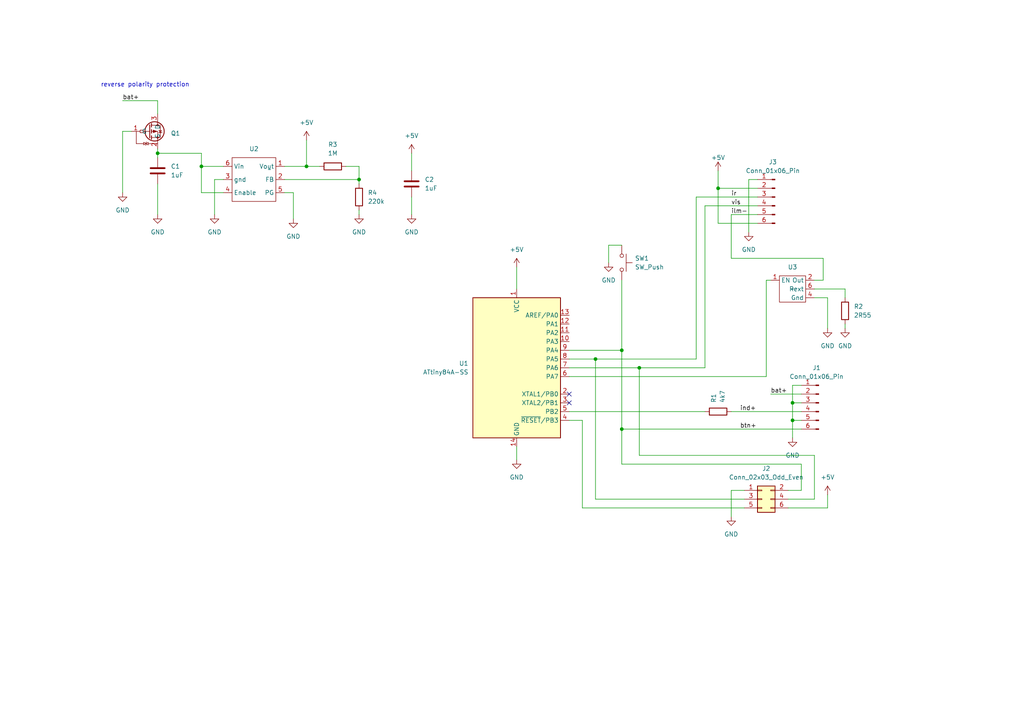
<source format=kicad_sch>
(kicad_sch (version 20230121) (generator eeschema)
  (paper "A4")
  (lib_symbols
    (symbol "Connector:Conn_01x06_Pin" (pin_names (offset 1.016) hide)
      (property "Reference" "J" (at 0 7.62 0))
      (property "Value" "Conn_01x06_Pin" (at 0 -10.16 0))
      (symbol "Conn_01x06_Pin_1_1"
        (polyline (pts (xy 1.27 -7.62) (xy 0.8636 -7.62)) (stroke (width 0.1524)))
        (polyline (pts (xy 1.27 -5.08) (xy 0.8636 -5.08)) (stroke (width 0.1524)))
        (polyline (pts (xy 1.27 -2.54) (xy 0.8636 -2.54)) (stroke (width 0.1524)))
        (polyline (pts (xy 1.27 0) (xy 0.8636 0)) (stroke (width 0.1524)))
        (polyline (pts (xy 1.27 2.54) (xy 0.8636 2.54)) (stroke (width 0.1524)))
        (polyline (pts (xy 1.27 5.08) (xy 0.8636 5.08)) (stroke (width 0.1524)))
        (rectangle (start 0.8636 -7.493) (end 0 -7.747) (stroke (width 0.1524)) (fill (type outline)))
        (rectangle (start 0.8636 -4.953) (end 0 -5.207) (stroke (width 0.1524)) (fill (type outline)))
        (rectangle (start 0.8636 -2.413) (end 0 -2.667) (stroke (width 0.1524)) (fill (type outline)))
        (rectangle (start 0.8636 0.127) (end 0 -0.127) (stroke (width 0.1524)) (fill (type outline)))
        (rectangle (start 0.8636 2.667) (end 0 2.413) (stroke (width 0.1524)) (fill (type outline)))
        (rectangle (start 0.8636 5.207) (end 0 4.953) (stroke (width 0.1524)) (fill (type outline)))
        (pin passive line (at 5.08 5.08 180) (length 3.81) (name "Pin_1") (number "1"))
        (pin passive line (at 5.08 2.54 180) (length 3.81) (name "Pin_2") (number "2"))
        (pin passive line (at 5.08 0 180) (length 3.81) (name "Pin_3") (number "3"))
        (pin passive line (at 5.08 -2.54 180) (length 3.81) (name "Pin_4") (number "4"))
        (pin passive line (at 5.08 -5.08 180) (length 3.81) (name "Pin_5") (number "5"))
        (pin passive line (at 5.08 -7.62 180) (length 3.81) (name "Pin_6") (number "6"))
      )
    )
    (symbol "Connector_Generic:Conn_02x03_Odd_Even" (pin_names (offset 1.016) hide)
      (property "Reference" "J" (at 1.27 5.08 0))
      (property "Value" "Conn_02x03_Odd_Even" (at 1.27 -5.08 0))
      (symbol "Conn_02x03_Odd_Even_1_1"
        (rectangle (start -1.27 -2.413) (end 0 -2.667) (stroke (width 0.1524)))
        (rectangle (start -1.27 0.127) (end 0 -0.127) (stroke (width 0.1524)))
        (rectangle (start -1.27 2.667) (end 0 2.413) (stroke (width 0.1524)))
        (rectangle (start -1.27 3.81) (end 3.81 -3.81) (stroke (width 0.254)) (fill (type background)))
        (rectangle (start 3.81 -2.413) (end 2.54 -2.667) (stroke (width 0.1524)))
        (rectangle (start 3.81 0.127) (end 2.54 -0.127) (stroke (width 0.1524)))
        (rectangle (start 3.81 2.667) (end 2.54 2.413) (stroke (width 0.1524)))
        (pin passive line (at -5.08 2.54 0) (length 3.81) (name "Pin_1") (number "1"))
        (pin passive line (at 7.62 2.54 180) (length 3.81) (name "Pin_2") (number "2"))
        (pin passive line (at -5.08 0 0) (length 3.81) (name "Pin_3") (number "3"))
        (pin passive line (at 7.62 0 180) (length 3.81) (name "Pin_4") (number "4"))
        (pin passive line (at -5.08 -2.54 0) (length 3.81) (name "Pin_5") (number "5"))
        (pin passive line (at 7.62 -2.54 180) (length 3.81) (name "Pin_6") (number "6"))
      )
    )
    (symbol "Device:C" (pin_numbers hide) (pin_names (offset 0.254))
      (property "Reference" "C" (at 0.635 2.54 0))
      (property "Value" "C" (at 0.635 -2.54 0))
      (symbol "C_0_1"
        (polyline (pts (xy -2.032 -0.762) (xy 2.032 -0.762)) (stroke (width 0.508)))
        (polyline (pts (xy -2.032 0.762) (xy 2.032 0.762)) (stroke (width 0.508)))
      )
      (symbol "C_1_1"
        (pin passive line (at 0 3.81 270) (length 2.794) (name "~") (number "1"))
        (pin passive line (at 0 -3.81 90) (length 2.794) (name "~") (number "2"))
      )
    )
    (symbol "Device:R" (pin_numbers hide) (pin_names (offset 0))
      (property "Reference" "R" (at 2.032 0 90))
      (property "Value" "R" (at 0 0 90))
      (symbol "R_0_1"
        (rectangle (start -1.016 -2.54) (end 1.016 2.54) (stroke (width 0.254)))
      )
      (symbol "R_1_1"
        (pin passive line (at 0 3.81 270) (length 1.27) (name "~") (number "1"))
        (pin passive line (at 0 -3.81 90) (length 1.27) (name "~") (number "2"))
      )
    )
    (symbol "MCU_Microchip_ATtiny:ATtiny84A-SS"
      (property "Reference" "U" (at -12.7 21.59 0))
      (property "Value" "ATtiny84A-SS" (at 2.54 -21.59 0))
      (symbol "ATtiny84A-SS_0_1"
        (rectangle (start -12.7 -20.32) (end 12.7 20.32) (stroke (width 0.254)) (fill (type background)))
      )
      (symbol "ATtiny84A-SS_1_1"
        (pin power_in line (at 0 22.86 270) (length 2.54) (name "VCC") (number "1"))
        (pin bidirectional line (at 15.24 7.62 180) (length 2.54) (name "PA3") (number "10"))
        (pin bidirectional line (at 15.24 10.16 180) (length 2.54) (name "PA2") (number "11"))
        (pin bidirectional line (at 15.24 12.7 180) (length 2.54) (name "PA1") (number "12"))
        (pin bidirectional line (at 15.24 15.24 180) (length 2.54) (name "AREF/PA0") (number "13"))
        (pin power_in line (at 0 -22.86 90) (length 2.54) (name "GND") (number "14"))
        (pin bidirectional line (at 15.24 -7.62 180) (length 2.54) (name "XTAL1/PB0") (number "2"))
        (pin bidirectional line (at 15.24 -10.16 180) (length 2.54) (name "XTAL2/PB1") (number "3"))
        (pin bidirectional line (at 15.24 -15.24 180) (length 2.54) (name "~{RESET}/PB3") (number "4"))
        (pin bidirectional line (at 15.24 -12.7 180) (length 2.54) (name "PB2") (number "5"))
        (pin bidirectional line (at 15.24 -2.54 180) (length 2.54) (name "PA7") (number "6"))
        (pin bidirectional line (at 15.24 0 180) (length 2.54) (name "PA6") (number "7"))
        (pin bidirectional line (at 15.24 2.54 180) (length 2.54) (name "PA5") (number "8"))
        (pin bidirectional line (at 15.24 5.08 180) (length 2.54) (name "PA4") (number "9"))
      )
    )
    (symbol "Switch:SW_Push" (pin_numbers hide) (pin_names (offset 1.016) hide)
      (property "Reference" "SW" (at 1.27 2.54 0))
      (property "Value" "SW_Push" (at 0 -1.524 0))
      (symbol "SW_Push_0_1"
        (circle (center -2.032 0) (radius 0.508))
        (polyline (pts (xy 0 1.27) (xy 0 3.048)))
        (polyline (pts (xy 2.54 1.27) (xy -2.54 1.27)))
        (circle (center 2.032 0) (radius 0.508))
        (pin passive line (at -5.08 0 0) (length 2.54) (name "1") (number "1"))
        (pin passive line (at 5.08 0 180) (length 2.54) (name "2") (number "2"))
      )
    )
    (symbol "custom symbols:BCR421UW6"
      (property "Reference" "U" (at 0 5.08 0))
      (symbol "BCR421UW6_0_1"
        (rectangle (start -3.81 3.81) (end 3.81 -3.81))
      )
      (symbol "BCR421UW6_1_1"
        (pin input line (at -6.35 2.54 0) (length 2.54) (name "EN") (number "1"))
        (pin power_in line (at 6.35 2.54 180) (length 2.54) (name "Out") (number "2"))
        (pin power_in line (at 6.35 2.54 180) (length 2.54) hide (name "") (number "3"))
        (pin power_in line (at 6.35 -2.54 180) (length 2.54) (name "Gnd") (number "4"))
        (pin power_in line (at 6.35 2.54 180) (length 2.54) hide (name "") (number "5"))
        (pin input line (at 6.35 0 180) (length 2.54) (name "Rext") (number "6"))
      )
    )
    (symbol "custom symbols:TPS745"
      (property "Reference" "U" (at 0 7.62 0))
      (symbol "TPS745_0_1"
        (rectangle (start -6.35 6.35) (end 6.35 -6.35))
      )
      (symbol "TPS745_1_1"
        (pin power_out line (at 8.89 3.81 180) (length 2.54) (name "Vout") (number "1"))
        (pin input line (at 8.89 0 180) (length 2.54) (name "FB") (number "2"))
        (pin power_in line (at -8.89 0 0) (length 2.54) (name "gnd") (number "3"))
        (pin input line (at -8.89 -3.81 0) (length 2.54) (name "Enable") (number "4"))
        (pin output line (at 8.89 -3.81 180) (length 2.54) (name "PG") (number "5"))
        (pin power_in line (at -8.89 3.81 0) (length 2.54) (name "Vin") (number "6"))
      )
    )
    (symbol "custom symbols:WPM2031"
      (property "Reference" "Q1" (at 5.08 -0.5778 0))
      (symbol "WPM2031_0_1"
        (rectangle (start -3.81 0.3556) (end -2.8702 -0.381))
        (polyline (pts (xy -4.9276 -3.556) (xy -4.9276 0)))
        (polyline (pts (xy -2.8448 -3.556) (xy -4.9276 -3.556)))
        (polyline (pts (xy -1.4224 -3.556) (xy 1.3208 -3.556)))
        (polyline (pts (xy -1.016 0) (xy -2.8448 0)))
        (polyline (pts (xy -1.016 1.905) (xy -1.016 -1.905)) (stroke (width 0.254)))
        (polyline (pts (xy -0.508 -1.27) (xy -0.508 -2.286)) (stroke (width 0.254)))
        (polyline (pts (xy -0.508 0.508) (xy -0.508 -0.508)) (stroke (width 0.254)))
        (polyline (pts (xy -0.508 2.286) (xy -0.508 1.27)) (stroke (width 0.254)))
        (polyline (pts (xy 1.27 2.54) (xy 1.27 1.778)))
        (polyline (pts (xy 1.27 -2.54) (xy 1.27 0) (xy -0.508 0)))
        (polyline (pts (xy -2.2225 -4.0767) (xy -2.0955 -3.9497) (xy -2.0955 -3.1877) (xy -1.9685 -3.0607)))
        (polyline (pts (xy -2.1336 -3.556) (xy -2.7686 -3.175) (xy -2.7686 -3.937) (xy -2.1336 -3.556)))
        (polyline (pts (xy -2.0955 -3.5687) (xy -1.4605 -3.9497) (xy -1.4605 -3.1877) (xy -2.0955 -3.5687)))
        (polyline (pts (xy -0.508 1.778) (xy 2.032 1.778) (xy 2.032 -1.778) (xy -0.508 -1.778)))
        (polyline (pts (xy 1.016 0) (xy 0 0.381) (xy 0 -0.381) (xy 1.016 0)) (fill (type outline)))
        (polyline (pts (xy 1.524 -0.508) (xy 1.651 -0.381) (xy 2.413 -0.381) (xy 2.54 -0.254)))
        (polyline (pts (xy 2.032 -0.381) (xy 1.651 0.254) (xy 2.413 0.254) (xy 2.032 -0.381)))
        (circle (center 0.381 0) (radius 2.794) (stroke (width 0.254)))
        (circle (center 1.27 -1.778) (radius 0.254) (fill (type outline)))
        (circle (center 1.27 1.778) (radius 0.254) (fill (type outline)))
      )
      (symbol "WPM2031_1_1"
        (pin input line (at -6.35 0 0) (length 2.54) (name "G") (number "1"))
        (pin passive line (at 1.27 -5.08 90) (length 2.54) (name "S") (number "2"))
        (pin passive line (at 1.27 5.08 270) (length 2.54) (name "D") (number "3"))
      )
    )
    (symbol "power:+5V" (power) (pin_names (offset 0))
      (property "Value" "+5V" (at 0 3.556 0))
      (symbol "+5V_0_1"
        (polyline (pts (xy -0.762 1.27) (xy 0 2.54)))
        (polyline (pts (xy 0 0) (xy 0 2.54)))
        (polyline (pts (xy 0 2.54) (xy 0.762 1.27)))
      )
      (symbol "+5V_1_1"
        (pin power_in line (at 0 0 90) (length 0) hide (name "+5V") (number "1"))
      )
    )
    (symbol "power:GND" (power) (pin_names (offset 0))
      (property "Value" "GND" (at 0 -3.81 0))
      (symbol "GND_0_1"
        (polyline (pts (xy 0 0) (xy 0 -1.27) (xy 1.27 -1.27) (xy 0 -2.54) (xy -1.27 -1.27) (xy 0 -1.27)))
      )
      (symbol "GND_1_1"
        (pin power_in line (at 0 0 270) (length 0) hide (name "GND") (number "1"))
      )
    )
  )
  (junction (at 104.14 52.07))
  (junction (at 208.28 54.61))
  (junction (at 185.42 106.68))
  (junction (at 180.34 101.6))
  (junction (at 229.87 116.84))
  (junction (at 58.42 48.26))
  (junction (at 172.72 104.14))
  (junction (at 88.9 48.26))
  (junction (at 180.34 124.46))
  (junction (at 229.87 121.92))
  (junction (at 45.72 44.45))
  (no_connect (at 165.1 114.3))
  (no_connect (at 165.1 116.84))
  (wire (pts (xy 245.11 93.98) (xy 245.11 95.25)))
  (wire (pts (xy 62.23 62.23) (xy 62.23 52.07)))
  (wire (pts (xy 58.42 48.26) (xy 58.42 44.45)))
  (wire (pts (xy 212.09 142.24) (xy 215.9 142.24)))
  (wire (pts (xy 212.09 119.38) (xy 232.41 119.38)))
  (wire (pts (xy 240.03 95.25) (xy 240.03 86.36)))
  (wire (pts (xy 236.22 144.78) (xy 236.22 132.08)))
  (wire (pts (xy 222.25 81.28) (xy 223.52 81.28)))
  (wire (pts (xy 104.14 48.26) (xy 100.33 48.26)))
  (wire (pts (xy 229.87 121.92) (xy 232.41 121.92)))
  (wire (pts (xy 212.09 62.23) (xy 219.71 62.23)))
  (wire (pts (xy 165.1 119.38) (xy 204.47 119.38)))
  (wire (pts (xy 245.11 86.36) (xy 245.11 83.82)))
  (wire (pts (xy 204.47 59.69) (xy 219.71 59.69)))
  (wire (pts (xy 45.72 44.45) (xy 45.72 45.72)))
  (wire (pts (xy 180.34 81.28) (xy 180.34 101.6)))
  (wire (pts (xy 229.87 116.84) (xy 229.87 121.92)))
  (wire (pts (xy 223.52 114.3) (xy 232.41 114.3)))
  (wire (pts (xy 240.03 143.51) (xy 240.03 147.32)))
  (wire (pts (xy 149.86 77.47) (xy 149.86 83.82)))
  (wire (pts (xy 149.86 129.54) (xy 149.86 133.35)))
  (wire (pts (xy 180.34 134.62) (xy 232.41 134.62)))
  (wire (pts (xy 58.42 44.45) (xy 45.72 44.45)))
  (wire (pts (xy 58.42 48.26) (xy 64.77 48.26)))
  (wire (pts (xy 172.72 104.14) (xy 201.93 104.14)))
  (wire (pts (xy 35.56 29.21) (xy 45.72 29.21)))
  (wire (pts (xy 45.72 53.34) (xy 45.72 62.23)))
  (wire (pts (xy 238.76 81.28) (xy 238.76 74.93)))
  (wire (pts (xy 85.09 55.88) (xy 82.55 55.88)))
  (wire (pts (xy 208.28 54.61) (xy 219.71 54.61)))
  (wire (pts (xy 232.41 142.24) (xy 228.6 142.24)))
  (wire (pts (xy 245.11 83.82) (xy 236.22 83.82)))
  (wire (pts (xy 88.9 48.26) (xy 92.71 48.26)))
  (wire (pts (xy 228.6 144.78) (xy 236.22 144.78)))
  (wire (pts (xy 104.14 52.07) (xy 104.14 53.34)))
  (wire (pts (xy 238.76 74.93) (xy 212.09 74.93)))
  (wire (pts (xy 104.14 52.07) (xy 104.14 48.26)))
  (wire (pts (xy 165.1 104.14) (xy 172.72 104.14)))
  (wire (pts (xy 38.1 38.1) (xy 35.56 38.1)))
  (wire (pts (xy 85.09 63.5) (xy 85.09 55.88)))
  (wire (pts (xy 236.22 132.08) (xy 185.42 132.08)))
  (wire (pts (xy 212.09 74.93) (xy 212.09 62.23)))
  (wire (pts (xy 168.91 121.92) (xy 165.1 121.92)))
  (wire (pts (xy 45.72 43.18) (xy 45.72 44.45)))
  (wire (pts (xy 232.41 111.76) (xy 229.87 111.76)))
  (wire (pts (xy 240.03 147.32) (xy 228.6 147.32)))
  (wire (pts (xy 119.38 57.15) (xy 119.38 62.23)))
  (wire (pts (xy 172.72 144.78) (xy 215.9 144.78)))
  (wire (pts (xy 165.1 109.22) (xy 222.25 109.22)))
  (wire (pts (xy 176.53 71.12) (xy 176.53 76.2)))
  (wire (pts (xy 35.56 38.1) (xy 35.56 55.88)))
  (wire (pts (xy 219.71 64.77) (xy 208.28 64.77)))
  (wire (pts (xy 185.42 132.08) (xy 185.42 106.68)))
  (wire (pts (xy 172.72 104.14) (xy 172.72 144.78)))
  (wire (pts (xy 217.17 52.07) (xy 219.71 52.07)))
  (wire (pts (xy 82.55 52.07) (xy 104.14 52.07)))
  (wire (pts (xy 212.09 149.86) (xy 212.09 142.24)))
  (wire (pts (xy 45.72 29.21) (xy 45.72 33.02)))
  (wire (pts (xy 240.03 86.36) (xy 236.22 86.36)))
  (wire (pts (xy 180.34 124.46) (xy 232.41 124.46)))
  (wire (pts (xy 168.91 147.32) (xy 168.91 121.92)))
  (wire (pts (xy 236.22 81.28) (xy 238.76 81.28)))
  (wire (pts (xy 165.1 106.68) (xy 185.42 106.68)))
  (wire (pts (xy 82.55 48.26) (xy 88.9 48.26)))
  (wire (pts (xy 119.38 44.45) (xy 119.38 49.53)))
  (wire (pts (xy 229.87 111.76) (xy 229.87 116.84)))
  (wire (pts (xy 232.41 116.84) (xy 229.87 116.84)))
  (wire (pts (xy 165.1 101.6) (xy 180.34 101.6)))
  (wire (pts (xy 88.9 40.64) (xy 88.9 48.26)))
  (wire (pts (xy 180.34 124.46) (xy 180.34 134.62)))
  (wire (pts (xy 222.25 109.22) (xy 222.25 81.28)))
  (wire (pts (xy 229.87 127) (xy 229.87 121.92)))
  (wire (pts (xy 180.34 71.12) (xy 176.53 71.12)))
  (wire (pts (xy 104.14 60.96) (xy 104.14 62.23)))
  (wire (pts (xy 185.42 106.68) (xy 204.47 106.68)))
  (wire (pts (xy 168.91 147.32) (xy 215.9 147.32)))
  (wire (pts (xy 201.93 57.15) (xy 219.71 57.15)))
  (wire (pts (xy 232.41 134.62) (xy 232.41 142.24)))
  (wire (pts (xy 180.34 101.6) (xy 180.34 124.46)))
  (wire (pts (xy 58.42 55.88) (xy 58.42 48.26)))
  (wire (pts (xy 208.28 49.53) (xy 208.28 54.61)))
  (wire (pts (xy 204.47 106.68) (xy 204.47 59.69)))
  (wire (pts (xy 208.28 64.77) (xy 208.28 54.61)))
  (wire (pts (xy 201.93 104.14) (xy 201.93 57.15)))
  (wire (pts (xy 217.17 67.31) (xy 217.17 52.07)))
  (wire (pts (xy 62.23 52.07) (xy 64.77 52.07)))
  (wire (pts (xy 58.42 55.88) (xy 64.77 55.88)))
  (text "reverse polarity protection" (at 29.21 25.4 0) (effects (font (size 1.27 1.27)) (justify left bottom)))
  (label "ind+" (at 214.63 119.38 0))
  (label "bat+" (at 35.56 29.21 0))
  (label "vis" (at 212.09 59.69 0))
  (label "ir" (at 212.09 57.15 0))
  (label "ilm-" (at 212.09 62.23 0))
  (label "bat+" (at 223.52 114.3 0))
  (label "btn+" (at 214.63 124.46 0))
  (symbol (lib_id "custom symbols:TPS745") (at 73.66 52.07 0) (unit 1)
    (property "Reference" "U2" (at 73.66 43.18 0))
    (property "Value" "~" (at 78.1812 49.1236 0))
  )
  (symbol (lib_id "Device:R") (at 96.52 48.26 90) (unit 1)
    (property "Reference" "R3" (at 96.52 41.91 90))
    (property "Value" "1M" (at 96.52 44.45 90))
  )
  (symbol (lib_id "power:+5V") (at 208.28 49.53 0) (unit 1)
    (property "Reference" "#PWR09" (effects hide))
    (property "Value" "+5V" (at 208.28 45.72 0))
  )
  (symbol (lib_id "power:GND") (at 240.03 95.25 0) (unit 1)
    (property "Reference" "#PWR011" (effects hide))
    (property "Value" "GND" (at 240.03 100.33 0))
  )
  (symbol (lib_id "Device:R") (at 104.14 57.15 0) (unit 1)
    (property "Reference" "R4" (at 106.68 55.88 0) (effects (justify left)))
    (property "Value" "220k" (at 106.68 58.42 0) (effects (justify left)))
  )
  (symbol (lib_id "power:GND") (at 85.09 63.5 0) (unit 1)
    (property "Reference" "#PWR015" (effects hide))
    (property "Value" "GND" (at 85.09 68.58 0))
  )
  (symbol (lib_id "power:GND") (at 62.23 62.23 0) (unit 1)
    (property "Reference" "#PWR013" (effects hide))
    (property "Value" "GND" (at 62.23 67.31 0))
  )
  (symbol (lib_id "power:GND") (at 35.56 55.88 0) (unit 1)
    (property "Reference" "#PWR07" (effects hide))
    (property "Value" "GND" (at 35.56 60.96 0))
  )
  (symbol (lib_id "power:+5V") (at 240.03 143.51 0) (unit 1)
    (property "Reference" "#PWR06" (effects hide))
    (property "Value" "+5V" (at 240.03 138.43 0))
  )
  (symbol (lib_id "Device:C") (at 119.38 53.34 0) (unit 1)
    (property "Reference" "C2" (at 123.19 52.07 0) (effects (justify left)))
    (property "Value" "1uF" (at 123.19 54.61 0) (effects (justify left)))
  )
  (symbol (lib_id "power:GND") (at 176.53 76.2 0) (unit 1)
    (property "Reference" "#PWR03" (effects hide))
    (property "Value" "GND" (at 176.53 81.28 0))
  )
  (symbol (lib_id "power:GND") (at 212.09 149.86 0) (unit 1)
    (property "Reference" "#PWR05" (effects hide))
    (property "Value" "GND" (at 212.09 154.94 0))
  )
  (symbol (lib_id "power:GND") (at 119.38 62.23 0) (unit 1)
    (property "Reference" "#PWR018" (effects hide))
    (property "Value" "GND" (at 119.38 67.31 0))
  )
  (symbol (lib_id "Device:R") (at 245.11 90.17 0) (unit 1)
    (property "Reference" "R2" (at 247.65 88.9 0) (effects (justify left)))
    (property "Value" "2R55" (at 247.65 91.44 0) (effects (justify left)))
  )
  (symbol (lib_id "power:GND") (at 229.87 127 0) (unit 1)
    (property "Reference" "#PWR04" (effects hide))
    (property "Value" "GND" (at 229.87 132.08 0))
  )
  (symbol (lib_id "custom symbols:WPM2031") (at 44.45 38.1 0) (unit 1)
    (property "Reference" "Q1" (at 49.53 38.6778 0) (effects (justify left)))
    (property "Footprint" "Package_TO_SOT_SMD:SOT-723" (effects hide))
    (property "Datasheet" "https://www.lcsc.com/datasheet/lcsc_datasheet_2410121628_WILLSEMI-Will-Semicon-WPM2031-3-TR_C240201.pdf" (effects hide))
  )
  (symbol (lib_id "power:+5V") (at 88.9 40.64 0) (unit 1)
    (property "Reference" "#PWR016" (effects hide))
    (property "Value" "+5V" (at 88.9 35.56 0))
  )
  (symbol (lib_id "power:GND") (at 149.86 133.35 0) (unit 1)
    (property "Reference" "#PWR01" (effects hide))
    (property "Value" "GND" (at 149.86 138.43 0))
  )
  (symbol (lib_id "Connector:Conn_01x06_Pin") (at 237.49 116.84 0) (mirror y) (unit 1)
    (property "Reference" "J1" (at 236.855 106.68 0))
    (property "Value" "Conn_01x06_Pin" (at 236.855 109.22 0))
  )
  (symbol (lib_id "Connector_Generic:Conn_02x03_Odd_Even") (at 220.98 144.78 0) (unit 1)
    (property "Reference" "J2" (at 222.25 135.89 0))
    (property "Value" "Conn_02x03_Odd_Even" (at 222.25 138.43 0))
  )
  (symbol (lib_id "Connector:Conn_01x06_Pin") (at 224.79 57.15 0) (mirror y) (unit 1)
    (property "Reference" "J3" (at 224.155 46.99 0))
    (property "Value" "Conn_01x06_Pin" (at 224.155 49.53 0))
  )
  (symbol (lib_id "custom symbols:BCR421UW6") (at 229.87 83.82 0) (unit 1)
    (property "Reference" "U3" (at 229.87 77.47 0))
    (property "Value" "~" (at 229.87 83.82 0))
  )
  (symbol (lib_id "power:GND") (at 245.11 95.25 0) (unit 1)
    (property "Reference" "#PWR012" (effects hide))
    (property "Value" "GND" (at 245.11 100.33 0))
  )
  (symbol (lib_id "Device:R") (at 208.28 119.38 90) (unit 1)
    (property "Reference" "R1" (at 207.01 116.84 0) (effects (justify left)))
    (property "Value" "4k7" (at 209.55 116.84 0) (effects (justify left)))
  )
  (symbol (lib_id "Switch:SW_Push") (at 180.34 76.2 270) (unit 1)
    (property "Reference" "SW1" (at 184.15 74.93 90) (effects (justify left)))
    (property "Value" "SW_Push" (at 184.15 77.47 90) (effects (justify left)))
  )
  (symbol (lib_id "power:GND") (at 104.14 62.23 0) (unit 1)
    (property "Reference" "#PWR014" (effects hide))
    (property "Value" "GND" (at 104.14 67.31 0))
  )
  (symbol (lib_id "power:GND") (at 45.72 62.23 0) (unit 1)
    (property "Reference" "#PWR08" (effects hide))
    (property "Value" "GND" (at 45.72 67.31 0))
  )
  (symbol (lib_id "power:GND") (at 217.17 67.31 0) (unit 1)
    (property "Reference" "#PWR010" (effects hide))
    (property "Value" "GND" (at 217.17 72.39 0))
  )
  (symbol (lib_id "power:+5V") (at 119.38 44.45 0) (unit 1)
    (property "Reference" "#PWR017" (effects hide))
    (property "Value" "+5V" (at 119.38 39.37 0))
  )
  (symbol (lib_id "Device:C") (at 45.72 49.53 0) (unit 1)
    (property "Reference" "C1" (at 49.53 48.26 0) (effects (justify left)))
    (property "Value" "1uF" (at 49.53 50.8 0) (effects (justify left)))
  )
  (symbol (lib_id "power:+5V") (at 149.86 77.47 0) (unit 1)
    (property "Reference" "#PWR02" (effects hide))
    (property "Value" "+5V" (at 149.86 72.39 0))
  )
  (symbol (lib_id "MCU_Microchip_ATtiny:ATtiny84A-SS") (at 149.86 106.68 0) (unit 1)
    (property "Reference" "U1" (at 135.89 105.41 0) (effects (justify right)))
    (property "Value" "ATtiny84A-SS" (at 135.89 107.95 0) (effects (justify right)))
    (property "Footprint" "Package_SO:SOIC-14_3.9x8.7mm_P1.27mm" (effects hide))
    (property "Datasheet" "http://ww1.microchip.com/downloads/en/DeviceDoc/doc8183.pdf" (effects hide))
  )
)
</source>
